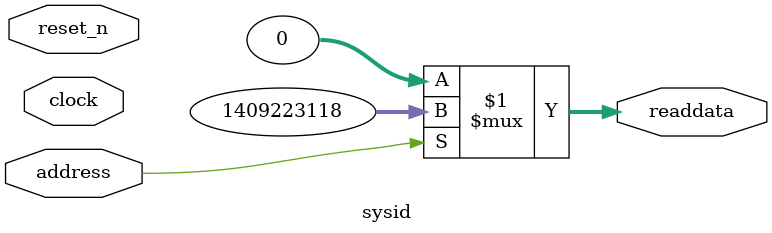
<source format=v>

`timescale 1ns / 1ps
// synthesis translate_on

// turn off superfluous verilog processor warnings 
// altera message_level Level1 
// altera message_off 10034 10035 10036 10037 10230 10240 10030 

module sysid (
               // inputs:
                address,
                clock,
                reset_n,

               // outputs:
                readdata
             )
;

  output  [ 31: 0] readdata;
  input            address;
  input            clock;
  input            reset_n;

  wire    [ 31: 0] readdata;
  //control_slave, which is an e_avalon_slave
  assign readdata = address ? 1409223118 : 0;

endmodule


</source>
